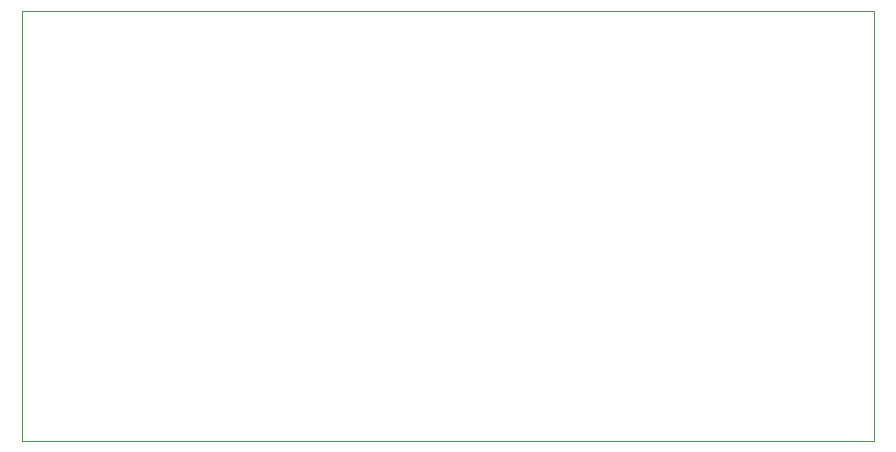
<source format=gbr>
%TF.GenerationSoftware,KiCad,Pcbnew,8.0.0-8.0.0-1~ubuntu22.04.1*%
%TF.CreationDate,2024-03-19T22:17:26+08:00*%
%TF.ProjectId,Water_Flowering_hardware,57617465-725f-4466-9c6f-776572696e67,rev?*%
%TF.SameCoordinates,Original*%
%TF.FileFunction,Profile,NP*%
%FSLAX46Y46*%
G04 Gerber Fmt 4.6, Leading zero omitted, Abs format (unit mm)*
G04 Created by KiCad (PCBNEW 8.0.0-8.0.0-1~ubuntu22.04.1) date 2024-03-19 22:17:26*
%MOMM*%
%LPD*%
G01*
G04 APERTURE LIST*
%TA.AperFunction,Profile*%
%ADD10C,0.100000*%
%TD*%
G04 APERTURE END LIST*
D10*
X134600000Y-98000000D02*
X206750000Y-98000000D01*
X206750000Y-134400000D01*
X134600000Y-134400000D01*
X134600000Y-98000000D01*
M02*

</source>
